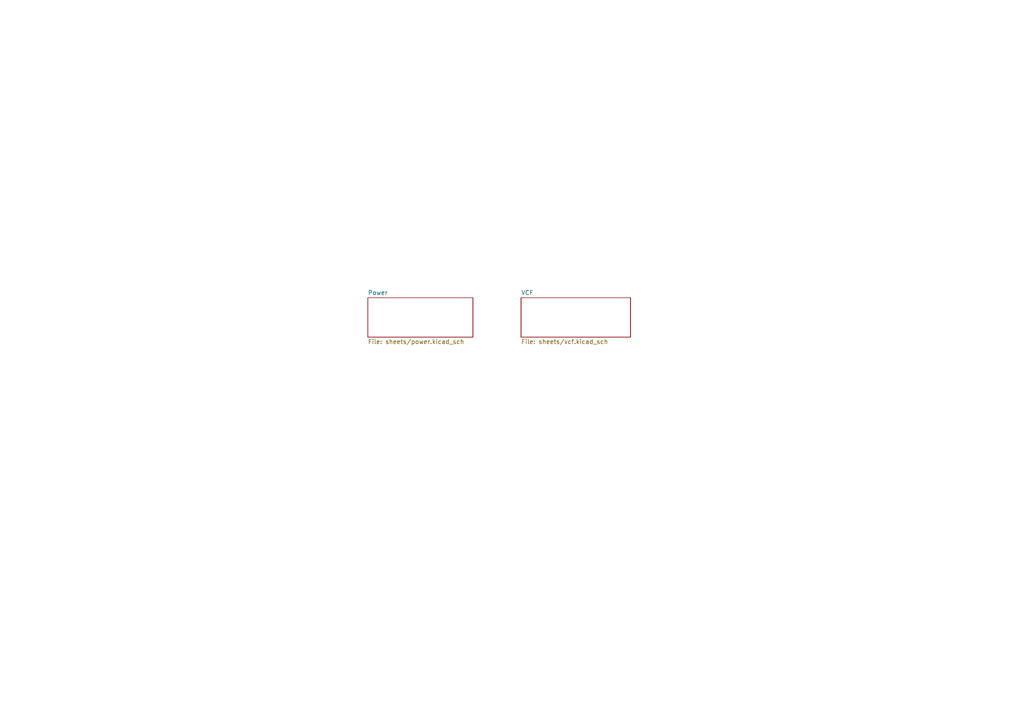
<source format=kicad_sch>
(kicad_sch (version 20230121) (generator eeschema)
  (paper "A4")
  (title_block (title "Steiner-Parker LP VCF") (date "2022-04-01") (company "Shmøergh"))
  (lib_symbols)
  (sheet (at 106.68 86.36) (size 30.48 11.43)
    (property "Sheetname" "Power" (at 106.68 85.6484 0) (effects (justify left bottom)))
    (property "Sheetfile" "sheets/power.kicad_sch" (at 106.68 98.3746 0) (effects (justify left top)))
  )
  (sheet (at 151.13 86.36) (size 31.75 11.43)
    (property "Sheetname" "VCF" (at 151.13 85.6484 0) (effects (justify left bottom)))
    (property "Sheetfile" "sheets/vcf.kicad_sch" (at 151.13 98.3746 0) (effects (justify left top)))
  )
)
</source>
